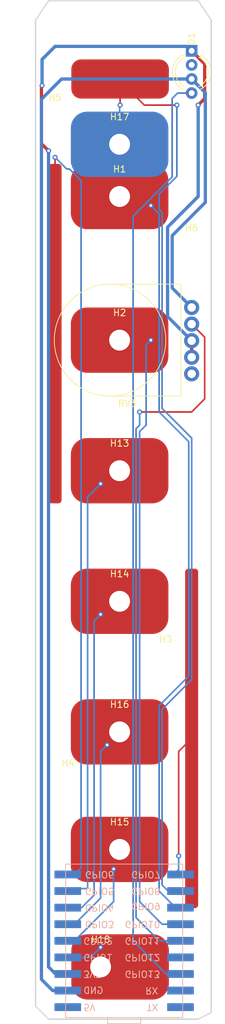
<source format=kicad_pcb>
(kicad_pcb (version 20221018) (generator pcbnew)
  (layers (0 "F.Cu" signal) (31 "B.Cu" signal) (34 "B.Paste" user) (35 "F.Paste" user) (36 "B.SilkS" user "B.Silkscreen") (37 "F.SilkS" user "F.Silkscreen") (38 "B.Mask" user) (39 "F.Mask" user) (44 "Edge.Cuts" user))
  (net 0 "")
  (net 1 "/A1")
  (net 2 "+3.3V")
  (net 3 "GND")
  (net 4 "/A2")
  (net 5 "/A3")
  (net 6 "/A4")
  (net 7 "/A5")
  (net 8 "/A6")
  (net 9 "/A0")
  (net 10 "/D2")
  (net 11 "/D1")
  (net 12 "/A8")
  (net 13 "/SCL")
  (net 14 "/SDA")
  (net 15 "/A7")
  (net 16 "/A9")
  (net 17 "/D0")
  (footprint "MountingHole:MountingHole_3.2mm_M3" (layer "F.Cu") (at 37 174)
    (fp_text reference "H18" (at 0 -4.2) (layer "F.SilkS"))
    (fp_text value "MountingHole")
    (pad "" np_thru_hole circle (at 0 0) (size 3.2 3.2) (drill 3.2) (layers "*.Cu" "*.Mask"))
  )
  (footprint "ih_kicad:recorder-touchpad" (layer "F.Cu") (at 39.922 98)
    (fp_text reference "TP4" hide)
    (fp_text value "TestPoint" hide)
    (pad "1" smd roundrect (at 0 0) (size 15 10) (layers "F.Cu" "F.Mask") (net 6 "/A4"))
  )
  (footprint "ih_kicad:recorder-touchpad" (layer "F.Cu") (at 39.922 56)
    (fp_text reference "TP2" hide)
    (fp_text value "TestPoint" hide)
    (pad "1" smd roundrect (at 0 0) (size 15 10) (layers "F.Cu" "F.Mask") (net 12 "/A8"))
  )
  (footprint "ih_kicad:recorder-touchtrack" (layer "F.Cu") (at 51 139 90)
    (fp_text reference "TP8" hide)
    (fp_text value "TestPoint" hide)
    (pad "1" smd roundrect (at 0 0 90) (size 52 2) (layers "F.Cu" "F.Mask") (net 8 "/A6"))
  )
  (footprint "ih_kicad:recorder-touchpad" (layer "F.Cu") (at 39.922 118)
    (fp_text reference "TP5" hide)
    (fp_text value "TestPoint" hide)
    (pad "1" smd roundrect (at 0 0) (size 15 10) (layers "F.Cu" "F.Mask") (net 5 "/A3"))
  )
  (footprint "ih_kicad:recorder-touchpad-narrow" (layer "F.Cu") (at 40 38)
    (fp_text reference "TP11" hide)
    (fp_text value "TestPoint" hide)
    (pad "1" smd roundrect (at 0 0) (size 15 6) (layers "F.Cu" "F.Mask") (net 15 "/A7"))
  )
  (footprint "MountingHole:MountingHole_3.2mm_M3" (layer "F.Cu") (at 39.922 118)
    (fp_text reference "H14" (at 0 -4.2) (layer "F.SilkS"))
    (fp_text value "MountingHole")
    (pad "" np_thru_hole circle (at 0 0) (size 3.2 3.2) (drill 3.2) (layers "*.Cu" "*.Mask"))
  )
  (footprint "MountingHole:MountingHole_3.2mm_M3" (layer "F.Cu") (at 39.922 48)
    (fp_text reference "H17" (at 0 -4.2) (layer "F.SilkS"))
    (fp_text value "MountingHole")
    (pad "" np_thru_hole circle (at 0 0) (size 3.2 3.2) (drill 3.2) (layers "*.Cu" "*.Mask"))
  )
  (footprint "MountingHole:MountingHole_3.2mm_M3" (layer "F.Cu") (at 39.922 98)
    (fp_text reference "H13" (at 0 -4.2) (layer "F.SilkS"))
    (fp_text value "MountingHole")
    (pad "" np_thru_hole circle (at 0 0) (size 3.2 3.2) (drill 3.2) (layers "*.Cu" "*.Mask"))
  )
  (footprint "ih_kicad:potentiometer_wheel_16mm" (layer "F.Cu") (at 51 73 180)
    (fp_text reference "RV3" (at 9.915 -14.7) (layer "F.SilkS"))
    (fp_text value "R_Potentiometer_Dual")
    (fp_line (start 1.63 -13.57) (end 1.63 3.57) (stroke (width 0.12)) (layer "F.SilkS"))
    (fp_line (start 1.63 -13.57) (end 12.55 -13.57) (stroke (width 0.12)) (layer "F.SilkS"))
    (fp_line (start 1.63 3.57) (end 12.55 3.57) (stroke (width 0.12)) (layer "F.SilkS"))
    (fp_circle (center 12.55 -5) (end 21.12 -5) (stroke (width 0.12)) (fill none) (layer "F.SilkS"))
    (pad "1" thru_hole circle (at 0 0 180) (size 2.34 2.34) (drill 1.3) (layers "*.Cu" "*.Mask") (net 3 "GND"))
    (pad "2" thru_hole circle (at 0 -2.54 180) (size 2.34 2.34) (drill 1.3) (layers "*.Cu" "*.Mask") (net 17 "/D0"))
    (pad "3" thru_hole circle (at 0 -5.08 180) (size 2.34 2.34) (drill 1.3) (layers "*.Cu" "*.Mask") (net 2 "+3.3V"))
    (pad "4" thru_hole circle (at 0 -7.62 180) (size 2.34 2.34) (drill 1.3) (layers "*.Cu" "*.Mask") (net 2 "+3.3V"))
    (pad "5" thru_hole circle (at 0 -10.16 180) (size 2.34 2.34) (drill 1.3) (layers "*.Cu" "*.Mask"))
  )
  (footprint "MountingHole:MountingHole_3.2mm_M3" (layer "F.Cu") (at 39.922 156)
    (fp_text reference "H15" (at 0 -4.2) (layer "F.SilkS"))
    (fp_text value "MountingHole")
    (pad "" np_thru_hole circle (at 0 0) (size 3.2 3.2) (drill 3.2) (layers "*.Cu" "*.Mask"))
  )
  (footprint "MountingHole:MountingHole_3.2mm_M3" (layer "F.Cu") (at 39.922 138)
    (fp_text reference "H16" (at 0 -4.2) (layer "F.SilkS"))
    (fp_text value "MountingHole")
    (pad "" np_thru_hole circle (at 0 0) (size 3.2 3.2) (drill 3.2) (layers "*.Cu" "*.Mask"))
  )
  (footprint "MountingHole:MountingHole_3.2mm_M3" (layer "F.Cu") (at 47 128)
    (fp_text reference "H3" (at 0 -4.2) (layer "F.SilkS"))
    (fp_text value "MountingHole")
    (pad "" np_thru_hole circle (at 0 0) (size 3.2 3.2) (drill 3.2) (layers "*.Cu" "*.Mask"))
  )
  (footprint "ih_kicad:recorder-touchpad" (layer "F.Cu") (at 39.922 78)
    (fp_text reference "TP3" hide)
    (fp_text value "TestPoint" hide)
    (pad "1" smd roundrect (at 0 0) (size 15 10) (layers "F.Cu" "F.Mask") (net 16 "/A9"))
  )
  (footprint "MountingHole:MountingHole_3.2mm_M3" (layer "F.Cu") (at 30 45.05)
    (fp_text reference "H5" (at 0 -4.2) (layer "F.SilkS"))
    (fp_text value "MountingHole")
    (pad "" np_thru_hole circle (at 0 0) (size 3.2 3.2) (drill 3.2) (layers "*.Cu" "*.Mask"))
  )
  (footprint "MountingHole:MountingHole_3.2mm_M3" (layer "F.Cu") (at 32 147)
    (fp_text reference "H4" (at 0 -4.2) (layer "F.SilkS"))
    (fp_text value "MountingHole")
    (pad "" np_thru_hole circle (at 0 0) (size 3.2 3.2) (drill 3.2) (layers "*.Cu" "*.Mask"))
  )
  (footprint "LED_THT:LED_D5.0mm-4_RGB_Wide_Pins" (layer "F.Cu") (at 51 33.682 -90)
    (fp_text reference "D1" (at -1.841 0 90) (layer "F.SilkS"))
    (fp_text value "WS2812B")
    (fp_line (start 0.6785 -1.545) (end 0.6785 -1.08) (stroke (width 0.12)) (layer "F.SilkS"))
    (fp_line (start 0.6785 1.08) (end 0.6785 1.545) (stroke (width 0.12)) (layer "F.SilkS"))
    (fp_arc (start 0.6785 -1.54483) (mid 3.496956 -2.978809) (end 6.026315 -1.080827) (stroke (width 0.12)) (layer "F.SilkS"))
    (fp_arc (start 0.983816 -1.08) (mid 3.238262 -2.5) (end 5.492979 -1.080429) (stroke (width 0.12)) (layer "F.SilkS"))
    (fp_arc (start 5.492979 1.080429) (mid 3.238262 2.5) (end 0.983816 1.08) (stroke (width 0.12)) (layer "F.SilkS"))
    (fp_arc (start 6.026315 1.080827) (mid 3.496956 2.978808) (end 0.6785 1.54483) (stroke (width 0.12)) (layer "F.SilkS"))
    (pad "1" thru_hole rect (at 0 0 270) (size 1.8 1.8) (drill 0.9) (layers "*.Cu" "*.Mask") (net 2 "+3.3V"))
    (pad "2" thru_hole circle (at 2.159 0 270) (size 1.8 1.8) (drill 0.9) (layers "*.Cu" "*.Mask"))
    (pad "3" thru_hole circle (at 4.318 0 270) (size 1.8 1.8) (drill 0.9) (layers "*.Cu" "*.Mask") (net 3 "GND"))
    (pad "4" thru_hole circle (at 6.477 0 270) (size 1.8 1.8) (drill 0.9) (layers "*.Cu" "*.Mask") (net 10 "/D2"))
  )
  (footprint "ih_kicad:recorder-touchpad" (layer "F.Cu") (at 39.922 156)
    (fp_text reference "TP7" hide)
    (fp_text value "TestPoint" hide)
    (pad "1" smd roundrect (at 0 0) (size 15 10) (layers "F.Cu" "F.Mask") (net 1 "/A1"))
  )
  (footprint "MountingHole:MountingHole_3.2mm_M3" (layer "F.Cu") (at 39.922 78)
    (fp_text reference "H2" (at 0 -4.2) (layer "F.SilkS"))
    (fp_text value "MountingHole")
    (pad "" np_thru_hole circle (at 0 0) (size 3.2 3.2) (drill 3.2) (layers "*.Cu" "*.Mask"))
  )
  (footprint "MountingHole:MountingHole_3.2mm_M3" (layer "F.Cu") (at 51 65)
    (fp_text reference "H6" (at 0 -4.2) (layer "F.SilkS"))
    (fp_text value "MountingHole")
    (pad "" np_thru_hole circle (at 0 0) (size 3.2 3.2) (drill 3.2) (layers "*.Cu" "*.Mask"))
  )
  (footprint "ih_kicad:recorder-touchpad" (layer "F.Cu") (at 40 174)
    (fp_text reference "TP10" hide)
    (fp_text value "TestPoint" hide)
    (pad "1" smd roundrect (at 0 0) (size 15 10) (layers "F.Cu" "F.Mask") (net 9 "/A0"))
  )
  (footprint "ih_kicad:recorder-touchtrack" (layer "F.Cu") (at 30 77 90)
    (fp_text reference "TP9" hide)
    (fp_text value "TestPoint" hide)
    (pad "1" smd roundrect (at 0 0 90) (size 52 2) (layers "F.Cu" "F.Mask") (net 7 "/A5"))
  )
  (footprint "MountingHole:MountingHole_3.2mm_M3" (layer "F.Cu") (at 39.922 56)
    (fp_text reference "H1" (at 0 -4.2) (layer "F.SilkS"))
    (fp_text value "MountingHole")
    (pad "" np_thru_hole circle (at 0 0) (size 3.2 3.2) (drill 3.2) (layers "*.Cu" "*.Mask"))
  )
  (footprint "ih_kicad:recorder-touchpad" (layer "F.Cu") (at 39.922 138)
    (fp_text reference "TP6" hide)
    (fp_text value "TestPoint" hide)
    (pad "1" smd roundrect (at 0 0) (size 15 10) (layers "F.Cu" "F.Mask") (net 4 "/A2"))
  )
  (footprint "ih_kicad:Wifiduino-ESP32S3-SMD" (layer "B.Cu") (at 40.62 170)
    (fp_text reference "U2" hide)
    (fp_text value "~" hide)
    (fp_text user "RX" (at 5.309999 7.62 180 unlocked) (layer "B.SilkS") (effects (justify right mirror)))
    (fp_text user "GPIO12" (at 0 2.54 180 unlocked) (layer "B.SilkS") (effects (justify left mirror)))
    (fp_text user "GPIO11" (at 0 0 180 unlocked) (layer "B.SilkS") (effects (justify left mirror)))
    (fp_text user "GPIO1" (at -6.35 2.54 180 unlocked) (layer "B.SilkS") (effects (justify left mirror)))
    (fp_text user "GPIO7" (at 1 -10.16 180 unlocked) (layer "B.SilkS") (effects (justify left mirror)))
    (fp_text user "GPIO6" (at -6.120001 -10.16 180 unlocked) (layer "B.SilkS") (effects (justify left mirror)))
    (fp_text user "GPIO3" (at -6.120001 -2.54 180 unlocked) (layer "B.SilkS") (effects (justify left mirror)))
    (fp_text user "GND" (at -6.35 7.62 unlocked) (layer "B.SilkS") (effects (justify right mirror)))
    (fp_text user "GPIO13" (at 0 5.08 180 unlocked) (layer "B.SilkS") (effects (justify left mirror)))
    (fp_text user "GPIO4" (at -6.120001 -5.08 180 unlocked) (layer "B.SilkS") (effects (justify left mirror)))
    (fp_text user "GPIO8" (at 1 -7.62 180 unlocked) (layer "B.SilkS") (effects (justify left mirror)))
    (fp_text user "3V3" (at -6.35 5.08 180 unlocked) (layer "B.SilkS") (effects (justify left mirror)))
    (fp_text user "GPIO9" (at 1 -5.309999 180 unlocked) (layer "B.SilkS") (effects (justify left mirror)))
    (fp_text user "TX" (at 5.309999 10.16 180 unlocked) (layer "B.SilkS") (effects (justify right mirror)))
    (fp_text user "GPIO5" (at -6.120001 -7.62 180 unlocked) (layer "B.SilkS") (effects (justify left mirror)))
    (fp_text user "GPIO10" (at 0 -2.54 180 unlocked) (layer "B.SilkS") (effects (justify left mirror)))
    (fp_text user "GPIO2" (at -6.35 0 180 unlocked) (layer "B.SilkS") (effects (justify left mirror)))
    (fp_text user "5V" (at -6.35 10.16 180 unlocked) (layer "B.SilkS") (effects (justify left mirror)))
    (fp_line (start -9 -11.75) (end 9 -11.75) (stroke (width 0.12)) (layer "B.SilkS"))
    (fp_line (start -9 11.75) (end -9 -11.75) (stroke (width 0.12)) (layer "B.SilkS"))
    (fp_line (start -2.54 11.75) (end -2.54 12.7) (stroke (width 0.12)) (layer "B.SilkS"))
    (fp_line (start -2.54 12.7) (end 2.54 12.7) (stroke (width 0.12)) (layer "B.SilkS"))
    (fp_line (start 2.54 12.7) (end 2.54 11.75) (stroke (width 0.12)) (layer "B.SilkS"))
    (fp_line (start 9 -11.75) (end 9 11.75) (stroke (width 0.12)) (layer "B.SilkS"))
    (fp_line (start 9 11.75) (end -9 11.75) (stroke (width 0.12)) (layer "B.SilkS"))
    (pad "1" smd custom (at -7.62 10.16 90) (size 1.2 2) (layers "B.Cu" "B.Paste" "B.Mask") (options (clearance outline) (anchor rect)) (primitives (gr_poly (pts (xy -0.5 -3) (xy -0.5 0.5) (xy 0.5 0.5) (xy 0.5 -3)) (width 0.2) (fill yes))))
    (pad "2" smd custom (at -7.62 7.62 90) (size 1.2 2) (layers "B.Cu" "B.Paste" "B.Mask") (net 3 "GND") (options (clearance outline) (anchor rect)) (primitives (gr_poly (pts (xy -0.5 -3) (xy -0.5 0.5) (xy 0.5 0.5) (xy 0.5 -3)) (width 0.2) (fill yes))))
    (pad "3" smd custom (at -7.62 5.08 90) (size 1.2 2) (layers "B.Cu" "B.Paste" "B.Mask") (net 2 "+3.3V") (options (clearance outline) (anchor rect)) (primitives (gr_poly (pts (xy -0.5 -3) (xy -0.5 0.5) (xy 0.5 0.5) (xy 0.5 -3)) (width 0.2) (fill yes))))
    (pad "4" smd custom (at -7.62 2.54 90) (size 1.2 2) (layers "B.Cu" "B.Paste" "B.Mask") (net 9 "/A0") (options (clearance outline) (anchor rect)) (primitives (gr_poly (pts (xy -0.5 -3) (xy -0.5 0.5) (xy 0.5 0.5) (xy 0.5 -3)) (width 0.2) (fill yes))))
    (pad "5" smd custom (at -7.62 0 90) (size 1.2 2) (layers "B.Cu" "B.Paste" "B.Mask") (net 1 "/A1") (options (clearance outline) (anchor rect)) (primitives (gr_poly (pts (xy -0.5 -3) (xy -0.5 0.5) (xy 0.5 0.5) (xy 0.5 -3)) (width 0.2) (fill yes))))
    (pad "6" smd custom (at -7.62 -2.54 90) (size 1.2 2) (layers "B.Cu" "B.Paste" "B.Mask") (net 4 "/A2") (options (clearance outline) (anchor rect)) (primitives (gr_poly (pts (xy -0.5 -3) (xy -0.5 0.5) (xy 0.5 0.5) (xy 0.5 -3)) (width 0.2) (fill yes))))
    (pad "7" smd custom (at -7.62 -5.08 90) (size 1.2 2) (layers "B.Cu" "B.Paste" "B.Mask") (net 5 "/A3") (options (clearance outline) (anchor rect)) (primitives (gr_poly (pts (xy -0.5 -3) (xy -0.5 0.5) (xy 0.5 0.5) (xy 0.5 -3)) (width 0.2) (fill yes))))
    (pad "8" smd custom (at -7.62 -7.62 90) (size 1.2 2) (layers "B.Cu" "B.Paste" "B.Mask") (net 6 "/A4") (options (clearance outline) (anchor rect)) (primitives (gr_poly (pts (xy -0.5 -3) (xy -0.5 0.5) (xy 0.5 0.5) (xy 0.5 -3)) (width 0.2) (fill yes))))
    (pad "9" smd custom (at -7.62 -10.16 90) (size 1.2 2) (layers "B.Cu" "B.Paste" "B.Mask") (net 7 "/A5") (options (clearance outline) (anchor rect)) (primitives (gr_poly (pts (xy -0.5 -3) (xy -0.5 0.5) (xy 0.5 0.5) (xy 0.5 -3)) (width 0.2) (fill yes))))
    (pad "10" smd custom (at 7.62 -10.16 270) (size 1.2 2) (layers "B.Cu" "B.Paste" "B.Mask") (net 8 "/A6") (options (clearance outline) (anchor rect)) (primitives (gr_poly (pts (xy -0.5 -3) (xy -0.5 0.5) (xy 0.5 0.5) (xy 0.5 -3)) (width 0.2) (fill yes))))
    (pad "11" smd custom (at 7.62 -7.62 270) (size 1.2 2) (layers "B.Cu" "B.Paste" "B.Mask") (net 15 "/A7") (options (clearance outline) (anchor rect)) (primitives (gr_poly (pts (xy -0.5 -3) (xy -0.5 0.5) (xy 0.5 0.5) (xy 0.5 -3)) (width 0.2) (fill yes))))
    (pad "12" smd custom (at 7.62 -5.08 270) (size 1.2 2) (layers "B.Cu" "B.Paste" "B.Mask") (net 12 "/A8") (options (clearance outline) (anchor rect)) (primitives (gr_poly (pts (xy -0.5 -3) (xy -0.5 0.5) (xy 0.5 0.5) (xy 0.5 -3)) (width 0.2) (fill yes))))
    (pad "13" smd custom (at 7.62 -2.54 270) (size 1.2 2) (layers "B.Cu" "B.Paste" "B.Mask") (net 16 "/A9") (options (clearance outline) (anchor rect)) (primitives (gr_poly (pts (xy -0.5 -3) (xy -0.5 0.5) (xy 0.5 0.5) (xy 0.5 -3)) (width 0.2) (fill yes))))
    (pad "14" smd custom (at 7.62 0 270) (size 1.2 2) (layers "B.Cu" "B.Paste" "B.Mask") (net 17 "/D0") (options (clearance outline) (anchor rect)) (primitives (gr_poly (pts (xy -0.5 -3) (xy -0.5 0.5) (xy 0.5 0.5) (xy 0.5 -3)) (width 0.2) (fill yes))))
    (pad "15" smd custom (at 7.62 2.54 270) (size 1.2 2) (layers "B.Cu" "B.Paste" "B.Mask") (net 11 "/D1") (options (clearance outline) (anchor rect)) (primitives (gr_poly (pts (xy -0.5 -3) (xy -0.5 0.5) (xy 0.5 0.5) (xy 0.5 -3)) (width 0.2) (fill yes))))
    (pad "16" smd custom (at 7.62 5.08 270) (size 1.2 2) (layers "B.Cu" "B.Paste" "B.Mask") (net 10 "/D2") (options (clearance outline) (anchor rect)) (primitives (gr_poly (pts (xy -0.5 -3) (xy -0.5 0.5) (xy 0.5 0.5) (xy 0.5 -3)) (width 0.2) (fill yes))))
    (pad "17" smd custom (at 7.62 7.62 270) (size 1.2 2) (layers "B.Cu" "B.Paste" "B.Mask") (net 14 "/SDA") (options (clearance outline) (anchor rect)) (primitives (gr_poly (pts (xy -0.5 -3) (xy -0.5 0.5) (xy 0.5 0.5) (xy 0.5 -3)) (width 0.2) (fill yes))))
    (pad "18" smd custom (at 7.62 10.16 270) (size 1.2 2) (layers "B.Cu" "B.Paste" "B.Mask") (net 13 "/SCL") (options (clearance outline) (anchor rect)) (primitives (gr_poly (pts (xy -0.5 -3) (xy -0.5 0.5) (xy 0.5 0.5) (xy 0.5 -3)) (width 0.2) (fill yes))))
  )
  (footprint "ih_kicad:recorder-touchpad" (layer "B.Cu") (at 39.922 48 180)
    (fp_text reference "TP1" hide)
    (fp_text value "TestPoint" hide)
    (pad "1" smd roundrect (at 0 0 180) (size 15 10) (layers "B.Cu" "B.Mask") (net 15 "/A7"))
  )
  (gr_poly (pts (xy 27 29) (xy 29 26) (xy 52 26) (xy 54 29) (xy 54 181) (xy 52 182) (xy 29 182) (xy 27 180)) (stroke (width 0.2)) (fill none) (layer "Edge.Cuts"))
  (segment (start 39.103928 157.975) (end 39.922 157.975) (width 0.25) (layer "F.Cu") (net 1))
  (segment (start 39 158.078928) (end 39.103928 157.975) (width 0.25) (layer "F.Cu") (net 1))
  (segment (start 39 159) (end 39 158.078928) (width 0.25) (layer "F.Cu") (net 1))
  (via (at 39 159) (size 0.8) (drill 0.4) (layers "F.Cu" "B.Cu") (net 1))
  (segment (start 39 164) (end 39 159) (width 0.25) (layer "B.Cu") (net 1))
  (segment (start 33 170) (end 39 164) (width 0.25) (layer "B.Cu") (net 1))
  (segment (start 28 48) (end 27.9 47.9) (width 0.5) (layer "F.Cu") (net 2))
  (segment (start 53 41) (end 52 42) (width 0.5) (layer "F.Cu") (net 2))
  (segment (start 51 33.682) (end 53 35.682) (width 0.5) (layer "F.Cu") (net 2))
  (segment (start 29 49) (end 28 48) (width 0.5) (layer "F.Cu") (net 2))
  (segment (start 53 35.682) (end 53 41) (width 0.5) (layer "F.Cu") (net 2))
  (segment (start 27.9 47.9) (end 27.9 39.1) (width 0.5) (layer "F.Cu") (net 2))
  (segment (start 51 78.08) (end 51 80.62) (width 0.5) (layer "F.Cu") (net 2))
  (segment (start 27.9 39.1) (end 28 39) (width 0.5) (layer "F.Cu") (net 2))
  (via (at 29 49) (size 0.8) (drill 0.4) (layers "F.Cu" "B.Cu") (net 2))
  (via (at 52 42) (size 0.8) (drill 0.4) (layers "F.Cu" "B.Cu") (net 2))
  (via (at 28 39) (size 0.8) (drill 0.4) (layers "F.Cu" "B.Cu") (net 2))
  (segment (start 30 33) (end 50.318 33) (width 0.5) (layer "B.Cu") (net 2))
  (segment (start 52 56) (end 47.3 60.7) (width 0.5) (layer "B.Cu") (net 2))
  (segment (start 29 54) (end 29 49) (width 0.5) (layer "B.Cu") (net 2))
  (segment (start 50.318 33) (end 51 33.682) (width 0.5) (layer "B.Cu") (net 2))
  (segment (start 47.3 60.7) (end 47.3 74.38) (width 0.5) (layer "B.Cu") (net 2))
  (segment (start 33 175.08) (end 30.08 175.08) (width 0.5) (layer "B.Cu") (net 2))
  (segment (start 28 39) (end 28 35) (width 0.5) (layer "B.Cu") (net 2))
  (segment (start 30.08 175.08) (end 29 174) (width 0.5) (layer "B.Cu") (net 2))
  (segment (start 52 42) (end 52 56) (width 0.5) (layer "B.Cu") (net 2))
  (segment (start 29 174) (end 29 54) (width 0.5) (layer "B.Cu") (net 2))
  (segment (start 47.3 74.38) (end 51 78.08) (width 0.5) (layer "B.Cu") (net 2))
  (segment (start 28 35) (end 30 33) (width 0.5) (layer "B.Cu") (net 2))
  (segment (start 53.1 56.9) (end 53.1 40.1) (width 0.5) (layer "B.Cu") (net 3))
  (segment (start 51 73) (end 48 70) (width 0.5) (layer "B.Cu") (net 3))
  (segment (start 48 70) (end 48 62) (width 0.5) (layer "B.Cu") (net 3))
  (segment (start 27.9 175.9) (end 27.9 41.1) (width 0.5) (layer "B.Cu") (net 3))
  (segment (start 27.9 41.1) (end 31 38) (width 0.5) (layer "B.Cu") (net 3))
  (segment (start 29.62 177.62) (end 27.9 175.9) (width 0.5) (layer "B.Cu") (net 3))
  (segment (start 33 177.62) (end 29.62 177.62) (width 0.5) (layer "B.Cu") (net 3))
  (segment (start 53.1 40.1) (end 51 38) (width 0.5) (layer "B.Cu") (net 3))
  (segment (start 31 38) (end 51 38) (width 0.5) (layer "B.Cu") (net 3))
  (segment (start 48 62) (end 53.1 56.9) (width 0.5) (layer "B.Cu") (net 3))
  (segment (start 38 140) (end 38 139.922) (width 0.25) (layer "F.Cu") (net 4))
  (segment (start 38 139.922) (end 38.525464 139.396536) (width 0.25) (layer "F.Cu") (net 4))
  (via (at 38 140) (size 0.8) (drill 0.4) (layers "F.Cu" "B.Cu") (net 4))
  (segment (start 33 167.46) (end 37 163.46) (width 0.25) (layer "B.Cu") (net 4))
  (segment (start 37 141) (end 38 140) (width 0.25) (layer "B.Cu") (net 4))
  (segment (start 37 144) (end 37 141) (width 0.25) (layer "B.Cu") (net 4))
  (segment (start 37 163.46) (end 37 144) (width 0.25) (layer "B.Cu") (net 4))
  (segment (start 37.922 120) (end 38.525464 119.396536) (width 0.25) (layer "F.Cu") (net 5))
  (segment (start 37 120) (end 37.922 120) (width 0.25) (layer "F.Cu") (net 5))
  (via (at 37 120) (size 0.8) (drill 0.4) (layers "F.Cu" "B.Cu") (net 5))
  (segment (start 34.08 164.92) (end 35 164) (width 0.25) (layer "B.Cu") (net 5))
  (segment (start 36 121) (end 37 120) (width 0.25) (layer "B.Cu") (net 5))
  (segment (start 35 164) (end 36 163) (width 0.25) (layer "B.Cu") (net 5))
  (segment (start 33 164.92) (end 34.08 164.92) (width 0.25) (layer "B.Cu") (net 5))
  (segment (start 36 163) (end 36 121) (width 0.25) (layer "B.Cu") (net 5))
  (segment (start 37.922 100) (end 38.525464 99.396536) (width 0.25) (layer "F.Cu") (net 6))
  (segment (start 37 100) (end 37.922 100) (width 0.25) (layer "F.Cu") (net 6))
  (via (at 37 100) (size 0.8) (drill 0.4) (layers "F.Cu" "B.Cu") (net 6))
  (segment (start 35 121) (end 35 102) (width 0.25) (layer "B.Cu") (net 6))
  (segment (start 33.38 162) (end 35 162) (width 0.25) (layer "B.Cu") (net 6))
  (segment (start 35 162) (end 35 138) (width 0.25) (layer "B.Cu") (net 6))
  (segment (start 35 138) (end 35 121) (width 0.25) (layer "B.Cu") (net 6))
  (segment (start 35 102) (end 37 100) (width 0.25) (layer "B.Cu") (net 6))
  (segment (start 33 162.38) (end 33.38 162) (width 0.25) (layer "B.Cu") (net 6))
  (segment (start 30 77) (end 30 50) (width 0.25) (layer "F.Cu") (net 7))
  (via (at 30 50) (size 0.8) (drill 0.4) (layers "F.Cu" "B.Cu") (net 7))
  (segment (start 30 50) (end 31.786576 51.786576) (width 0.25) (layer "B.Cu") (net 7))
  (segment (start 34 158.84) (end 33 159.84) (width 0.25) (layer "B.Cu") (net 7))
  (segment (start 32.213423 51.786576) (end 34 53.573153) (width 0.25) (layer "B.Cu") (net 7))
  (segment (start 34 53.573153) (end 34 158.84) (width 0.25) (layer "B.Cu") (net 7))
  (segment (start 31.786576 51.786576) (end 32.213423 51.786576) (width 0.25) (layer "B.Cu") (net 7))
  (segment (start 49 141) (end 51 139) (width 0.25) (layer "F.Cu") (net 8))
  (segment (start 49 157) (end 49 141) (width 0.25) (layer "F.Cu") (net 8))
  (via (at 49 157) (size 0.8) (drill 0.4) (layers "F.Cu" "B.Cu") (net 8))
  (segment (start 48.24 159.84) (end 49 159.08) (width 0.25) (layer "B.Cu") (net 8))
  (segment (start 49 159.08) (end 49 157) (width 0.25) (layer "B.Cu") (net 8))
  (segment (start 37 171) (end 40 174) (width 0.25) (layer "F.Cu") (net 9))
  (segment (start 43 171) (end 40 174) (width 0.25) (layer "F.Cu") (net 9))
  (segment (start 44 171) (end 43 171) (width 0.25) (layer "F.Cu") (net 9))
  (via (at 37 171) (size 0.8) (drill 0.4) (layers "F.Cu" "B.Cu") (net 9))
  (segment (start 33 172.54) (end 35.46 172.54) (width 0.25) (layer "B.Cu") (net 9))
  (segment (start 35.46 172.54) (end 37 171) (width 0.25) (layer "B.Cu") (net 9))
  (segment (start 42 170) (end 42 59) (width 0.25) (layer "B.Cu") (net 10))
  (segment (start 42 59) (end 48 53) (width 0.25) (layer "B.Cu") (net 10))
  (segment (start 48 53) (end 48 41) (width 0.25) (layer "B.Cu") (net 10))
  (segment (start 48.841 40.159) (end 51 40.159) (width 0.25) (layer "B.Cu") (net 10))
  (segment (start 47.08 175.08) (end 42 170) (width 0.25) (layer "B.Cu") (net 10))
  (segment (start 48.24 175.08) (end 47.08 175.08) (width 0.25) (layer "B.Cu") (net 10))
  (segment (start 48 41) (end 48.841 40.159) (width 0.25) (layer "B.Cu") (net 10))
  (via (at 44.7245 57.380498) (size 0.8) (drill 0.4) (layers "F.Cu" "B.Cu") (net 12))
  (segment (start 48.24 164.92) (end 48.53 164.92) (width 0.25) (layer "B.Cu") (net 12))
  (segment (start 48.53 164.92) (end 46 162.39) (width 0.25) (layer "B.Cu") (net 12))
  (segment (start 50.55 129.45) (end 50.55 93.55) (width 0.25) (layer "B.Cu") (net 12))
  (segment (start 46 134) (end 50.55 129.45) (width 0.25) (layer "B.Cu") (net 12))
  (segment (start 46 162.39) (end 46 134) (width 0.25) (layer "B.Cu") (net 12))
  (segment (start 46 89) (end 46 58.655998) (width 0.25) (layer "B.Cu") (net 12))
  (segment (start 46 58.655998) (end 44.7245 57.380498) (width 0.25) (layer "B.Cu") (net 12))
  (segment (start 50.55 93.55) (end 46 89) (width 0.25) (layer "B.Cu") (net 12))
  (segment (start 48.7245 42) (end 43.7245 42) (width 0.25) (layer "F.Cu") (net 15))
  (segment (start 40 38.2755) (end 40 38) (width 0.25) (layer "F.Cu") (net 15))
  (segment (start 43.7245 42) (end 40 38.2755) (width 0.25) (layer "F.Cu") (net 15))
  (segment (start 40 42) (end 40 38) (width 0.25) (layer "F.Cu") (net 15))
  (via (at 40 42) (size 0.8) (drill 0.4) (layers "F.Cu" "B.Cu") (net 15))
  (via (at 48.7245 42) (size 0.8) (drill 0.4) (layers "F.Cu" "B.Cu") (net 15))
  (segment (start 46.45 134.55) (end 46.45 161.45) (width 0.25) (layer "B.Cu") (net 15))
  (segment (start 48.7245 52.911896) (end 46 55.636396) (width 0.25) (layer "B.Cu") (net 15))
  (segment (start 47.38 162.38) (end 48.24 162.38) (width 0.25) (layer "B.Cu") (net 15))
  (segment (start 46.45 161.45) (end 47.38 162.38) (width 0.25) (layer "B.Cu") (net 15))
  (segment (start 51 93) (end 51 130) (width 0.25) (layer "B.Cu") (net 15))
  (segment (start 46.45 58.469602) (end 46.45 88.45) (width 0.25) (layer "B.Cu") (net 15))
  (segment (start 46.45 88.45) (end 51 93) (width 0.25) (layer "B.Cu") (net 15))
  (segment (start 51 130) (end 46.45 134.55) (width 0.25) (layer "B.Cu") (net 15))
  (segment (start 46 55.636396) (end 46 58.019602) (width 0.25) (layer "B.Cu") (net 15))
  (segment (start 39.922 42.078) (end 40 42) (width 0.25) (layer "B.Cu") (net 15))
  (segment (start 48.7245 42) (end 48.7245 52.911896) (width 0.25) (layer "B.Cu") (net 15))
  (segment (start 46 58.019602) (end 46.45 58.469602) (width 0.25) (layer "B.Cu") (net 15))
  (segment (start 39.922 48) (end 39.922 42.078) (width 0.25) (layer "B.Cu") (net 15))
  (segment (start 38.128928 79) (end 38.525464 79.396536) (width 0.25) (layer "F.Cu") (net 16))
  (segment (start 35 79) (end 38.128928 79) (width 0.25) (layer "F.Cu") (net 16))
  (via (at 44.7245 78) (size 0.8) (drill 0.4) (layers "F.Cu" "B.Cu") (net 16))
  (segment (start 43 92) (end 44 91) (width 0.25) (layer "B.Cu") (net 16))
  (segment (start 43 164) (end 43 92) (width 0.25) (layer "B.Cu") (net 16))
  (segment (start 44 78.7245) (end 44.7245 78) (width 0.25) (layer "B.Cu") (net 16))
  (segment (start 48.24 167.46) (end 46.46 167.46) (width 0.25) (layer "B.Cu") (net 16))
  (segment (start 44 91) (end 44 78.7245) (width 0.25) (layer "B.Cu") (net 16))
  (segment (start 46.46 167.46) (end 43 164) (width 0.25) (layer "B.Cu") (net 16))
  (segment (start 51 89) (end 53 87) (width 0.25) (layer "F.Cu") (net 17))
  (segment (start 53 77.54) (end 51 75.54) (width 0.25) (layer "F.Cu") (net 17))
  (segment (start 43 89) (end 51 89) (width 0.25) (layer "F.Cu") (net 17))
  (segment (start 53 87) (end 53 77.54) (width 0.25) (layer "F.Cu") (net 17))
  (via (at 43 89) (size 0.8) (drill 0.4) (layers "F.Cu" "B.Cu") (net 17))
  (segment (start 43 89) (end 43 91) (width 0.25) (layer "B.Cu") (net 17))
  (segment (start 43 91) (end 42.45 91.55) (width 0.25) (layer "B.Cu") (net 17))
  (segment (start 42.45 91.55) (end 42.45 166.45) (width 0.25) (layer "B.Cu") (net 17))
  (segment (start 42.45 166.45) (end 46 170) (width 0.25) (layer "B.Cu") (net 17))
  (segment (start 46 170) (end 48.24 170) (width 0.25) (layer "B.Cu") (net 17))
)
</source>
